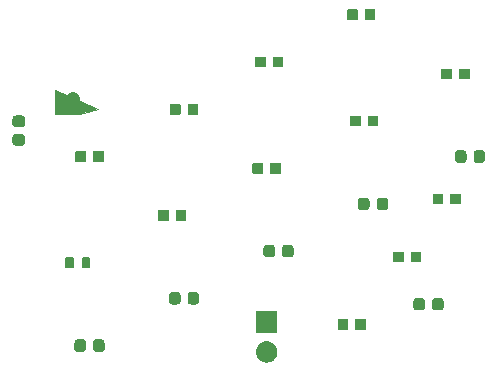
<source format=gts>
G04 #@! TF.GenerationSoftware,KiCad,Pcbnew,(5.1.0-1548-g3fefe01d2)*
G04 #@! TF.CreationDate,2019-08-20T19:22:30-04:00*
G04 #@! TF.ProjectId,MotorcycleSpeedo,4d6f746f-7263-4796-936c-655370656564,rev?*
G04 #@! TF.SameCoordinates,Original*
G04 #@! TF.FileFunction,Soldermask,Top*
G04 #@! TF.FilePolarity,Negative*
%FSLAX46Y46*%
G04 Gerber Fmt 4.6, Leading zero omitted, Abs format (unit mm)*
G04 Created by KiCad (PCBNEW (5.1.0-1548-g3fefe01d2)) date 2019-08-20 19:22:30*
%MOMM*%
%LPD*%
G04 APERTURE LIST*
%ADD10C,0.100000*%
G04 APERTURE END LIST*
D10*
G36*
X103700000Y-87000000D02*
G01*
X102200000Y-87400000D01*
X100100000Y-87400000D01*
X100100000Y-85400000D01*
X103700000Y-87000000D01*
G37*
X103700000Y-87000000D02*
X102200000Y-87400000D01*
X100100000Y-87400000D01*
X100100000Y-85400000D01*
X103700000Y-87000000D01*
G36*
X118188360Y-106653835D02*
G01*
X118269397Y-106680166D01*
X118356663Y-106707848D01*
X118359655Y-106709493D01*
X118368488Y-106712363D01*
X118440466Y-106753919D01*
X118511499Y-106792970D01*
X118518986Y-106799253D01*
X118532511Y-106807061D01*
X118590259Y-106859057D01*
X118646857Y-106906549D01*
X118656962Y-106919118D01*
X118673261Y-106933793D01*
X118715454Y-106991867D01*
X118757579Y-107044260D01*
X118767994Y-107064182D01*
X118784586Y-107087019D01*
X118811297Y-107147012D01*
X118839439Y-107200843D01*
X118847582Y-107228510D01*
X118861621Y-107260042D01*
X118873992Y-107318241D01*
X118889328Y-107370349D01*
X118892518Y-107405401D01*
X118900999Y-107445301D01*
X118900999Y-107498592D01*
X118905343Y-107546324D01*
X118900999Y-107587653D01*
X118900999Y-107634699D01*
X118891217Y-107680721D01*
X118886873Y-107722047D01*
X118872702Y-107767827D01*
X118861621Y-107819958D01*
X118845028Y-107857226D01*
X118834622Y-107890843D01*
X118808789Y-107938620D01*
X118784586Y-107992981D01*
X118764298Y-108020905D01*
X118750580Y-108046276D01*
X118711859Y-108093082D01*
X118673261Y-108146207D01*
X118652284Y-108165095D01*
X118637952Y-108182419D01*
X118585845Y-108224917D01*
X118532511Y-108272939D01*
X118513524Y-108283901D01*
X118501025Y-108294095D01*
X118435780Y-108328786D01*
X118368488Y-108367637D01*
X118353636Y-108372463D01*
X118345003Y-108377053D01*
X118267430Y-108400473D01*
X118188360Y-108426165D01*
X118179114Y-108427137D01*
X118175851Y-108428122D01*
X118084710Y-108437059D01*
X118047211Y-108441000D01*
X117952789Y-108441000D01*
X117811640Y-108426165D01*
X117730603Y-108399834D01*
X117643337Y-108372152D01*
X117640345Y-108370507D01*
X117631512Y-108367637D01*
X117559534Y-108326081D01*
X117488501Y-108287030D01*
X117481014Y-108280747D01*
X117467489Y-108272939D01*
X117409741Y-108220943D01*
X117353143Y-108173451D01*
X117343038Y-108160882D01*
X117326739Y-108146207D01*
X117284546Y-108088133D01*
X117242421Y-108035740D01*
X117232006Y-108015818D01*
X117215414Y-107992981D01*
X117188703Y-107932988D01*
X117160561Y-107879157D01*
X117152418Y-107851490D01*
X117138379Y-107819958D01*
X117126008Y-107761759D01*
X117110672Y-107709651D01*
X117107482Y-107674599D01*
X117099001Y-107634699D01*
X117099001Y-107581408D01*
X117094657Y-107533676D01*
X117099001Y-107492347D01*
X117099001Y-107445301D01*
X117108783Y-107399279D01*
X117113127Y-107357953D01*
X117127298Y-107312173D01*
X117138379Y-107260042D01*
X117154972Y-107222774D01*
X117165378Y-107189157D01*
X117191211Y-107141380D01*
X117215414Y-107087019D01*
X117235702Y-107059095D01*
X117249420Y-107033724D01*
X117288141Y-106986918D01*
X117326739Y-106933793D01*
X117347716Y-106914905D01*
X117362048Y-106897581D01*
X117414155Y-106855083D01*
X117467489Y-106807061D01*
X117486476Y-106796099D01*
X117498975Y-106785905D01*
X117564220Y-106751214D01*
X117631512Y-106712363D01*
X117646364Y-106707537D01*
X117654997Y-106702947D01*
X117732570Y-106679527D01*
X117811640Y-106653835D01*
X117820886Y-106652863D01*
X117824149Y-106651878D01*
X117915290Y-106642941D01*
X117952789Y-106639000D01*
X118047211Y-106639000D01*
X118188360Y-106653835D01*
X118188360Y-106653835D01*
G37*
G36*
X104001231Y-106473001D02*
G01*
X104001964Y-106473001D01*
X104004829Y-106473571D01*
X104087918Y-106486731D01*
X104098760Y-106492255D01*
X104107215Y-106493937D01*
X104123768Y-106504998D01*
X104164054Y-106525524D01*
X104183316Y-106544786D01*
X104196443Y-106553557D01*
X104205214Y-106566684D01*
X104224476Y-106585946D01*
X104245002Y-106626232D01*
X104256063Y-106642785D01*
X104257745Y-106651240D01*
X104263269Y-106662082D01*
X104276429Y-106745171D01*
X104276999Y-106748036D01*
X104276999Y-106748769D01*
X104278194Y-106756314D01*
X104278194Y-107243686D01*
X104276999Y-107251231D01*
X104276999Y-107251964D01*
X104276429Y-107254829D01*
X104263269Y-107337918D01*
X104257745Y-107348760D01*
X104256063Y-107357215D01*
X104245002Y-107373768D01*
X104224476Y-107414054D01*
X104205214Y-107433316D01*
X104196443Y-107446443D01*
X104183316Y-107455214D01*
X104164054Y-107474476D01*
X104123768Y-107495002D01*
X104107215Y-107506063D01*
X104098760Y-107507745D01*
X104087918Y-107513269D01*
X104004829Y-107526429D01*
X104001964Y-107526999D01*
X104001231Y-107526999D01*
X103993686Y-107528194D01*
X103581314Y-107528194D01*
X103573769Y-107526999D01*
X103573036Y-107526999D01*
X103570171Y-107526429D01*
X103487082Y-107513269D01*
X103476240Y-107507745D01*
X103467785Y-107506063D01*
X103451232Y-107495002D01*
X103410946Y-107474476D01*
X103391684Y-107455214D01*
X103378557Y-107446443D01*
X103369786Y-107433316D01*
X103350524Y-107414054D01*
X103329998Y-107373768D01*
X103318937Y-107357215D01*
X103317255Y-107348760D01*
X103311731Y-107337918D01*
X103298571Y-107254829D01*
X103298001Y-107251964D01*
X103298001Y-107251231D01*
X103296806Y-107243686D01*
X103296806Y-106756314D01*
X103298001Y-106748769D01*
X103298001Y-106748036D01*
X103298571Y-106745171D01*
X103311731Y-106662082D01*
X103317255Y-106651240D01*
X103318937Y-106642785D01*
X103329998Y-106626232D01*
X103350524Y-106585946D01*
X103369786Y-106566684D01*
X103378557Y-106553557D01*
X103391684Y-106544786D01*
X103410946Y-106525524D01*
X103451232Y-106504998D01*
X103467785Y-106493937D01*
X103476240Y-106492255D01*
X103487082Y-106486731D01*
X103570171Y-106473571D01*
X103573036Y-106473001D01*
X103573769Y-106473001D01*
X103581314Y-106471806D01*
X103993686Y-106471806D01*
X104001231Y-106473001D01*
X104001231Y-106473001D01*
G37*
G36*
X102426231Y-106473001D02*
G01*
X102426964Y-106473001D01*
X102429829Y-106473571D01*
X102512918Y-106486731D01*
X102523760Y-106492255D01*
X102532215Y-106493937D01*
X102548768Y-106504998D01*
X102589054Y-106525524D01*
X102608316Y-106544786D01*
X102621443Y-106553557D01*
X102630214Y-106566684D01*
X102649476Y-106585946D01*
X102670002Y-106626232D01*
X102681063Y-106642785D01*
X102682745Y-106651240D01*
X102688269Y-106662082D01*
X102701429Y-106745171D01*
X102701999Y-106748036D01*
X102701999Y-106748769D01*
X102703194Y-106756314D01*
X102703194Y-107243686D01*
X102701999Y-107251231D01*
X102701999Y-107251964D01*
X102701429Y-107254829D01*
X102688269Y-107337918D01*
X102682745Y-107348760D01*
X102681063Y-107357215D01*
X102670002Y-107373768D01*
X102649476Y-107414054D01*
X102630214Y-107433316D01*
X102621443Y-107446443D01*
X102608316Y-107455214D01*
X102589054Y-107474476D01*
X102548768Y-107495002D01*
X102532215Y-107506063D01*
X102523760Y-107507745D01*
X102512918Y-107513269D01*
X102429829Y-107526429D01*
X102426964Y-107526999D01*
X102426231Y-107526999D01*
X102418686Y-107528194D01*
X102006314Y-107528194D01*
X101998769Y-107526999D01*
X101998036Y-107526999D01*
X101995171Y-107526429D01*
X101912082Y-107513269D01*
X101901240Y-107507745D01*
X101892785Y-107506063D01*
X101876232Y-107495002D01*
X101835946Y-107474476D01*
X101816684Y-107455214D01*
X101803557Y-107446443D01*
X101794786Y-107433316D01*
X101775524Y-107414054D01*
X101754998Y-107373768D01*
X101743937Y-107357215D01*
X101742255Y-107348760D01*
X101736731Y-107337918D01*
X101723571Y-107254829D01*
X101723001Y-107251964D01*
X101723001Y-107251231D01*
X101721806Y-107243686D01*
X101721806Y-106756314D01*
X101723001Y-106748769D01*
X101723001Y-106748036D01*
X101723571Y-106745171D01*
X101736731Y-106662082D01*
X101742255Y-106651240D01*
X101743937Y-106642785D01*
X101754998Y-106626232D01*
X101775524Y-106585946D01*
X101794786Y-106566684D01*
X101803557Y-106553557D01*
X101816684Y-106544786D01*
X101835946Y-106525524D01*
X101876232Y-106504998D01*
X101892785Y-106493937D01*
X101901240Y-106492255D01*
X101912082Y-106486731D01*
X101995171Y-106473571D01*
X101998036Y-106473001D01*
X101998769Y-106473001D01*
X102006314Y-106471806D01*
X102418686Y-106471806D01*
X102426231Y-106473001D01*
X102426231Y-106473001D01*
G37*
G36*
X118869899Y-104101959D02*
G01*
X118886769Y-104113231D01*
X118898041Y-104130101D01*
X118904448Y-104162312D01*
X118904448Y-105837688D01*
X118901999Y-105850000D01*
X118898041Y-105869899D01*
X118886769Y-105886769D01*
X118869899Y-105898041D01*
X118850000Y-105901999D01*
X118837688Y-105904448D01*
X117162312Y-105904448D01*
X117130101Y-105898041D01*
X117113231Y-105886769D01*
X117101959Y-105869899D01*
X117095552Y-105837688D01*
X117095552Y-104162312D01*
X117101959Y-104130101D01*
X117113231Y-104113231D01*
X117130101Y-104101959D01*
X117162312Y-104095552D01*
X118837688Y-104095552D01*
X118869899Y-104101959D01*
X118869899Y-104101959D01*
G37*
G36*
X126369899Y-104751959D02*
G01*
X126386769Y-104763231D01*
X126398041Y-104780101D01*
X126404448Y-104812312D01*
X126404448Y-105587688D01*
X126401999Y-105600000D01*
X126398041Y-105619899D01*
X126386769Y-105636769D01*
X126369899Y-105648041D01*
X126350000Y-105651999D01*
X126337688Y-105654448D01*
X125562312Y-105654448D01*
X125530101Y-105648041D01*
X125513231Y-105636769D01*
X125501959Y-105619899D01*
X125495552Y-105587688D01*
X125495552Y-104812312D01*
X125501959Y-104780101D01*
X125513231Y-104763231D01*
X125530101Y-104751959D01*
X125562312Y-104745552D01*
X126337688Y-104745552D01*
X126369899Y-104751959D01*
X126369899Y-104751959D01*
G37*
G36*
X124869899Y-104751959D02*
G01*
X124886769Y-104763231D01*
X124898041Y-104780101D01*
X124904448Y-104812312D01*
X124904448Y-105587688D01*
X124901999Y-105600000D01*
X124898041Y-105619899D01*
X124886769Y-105636769D01*
X124869899Y-105648041D01*
X124850000Y-105651999D01*
X124837688Y-105654448D01*
X124062312Y-105654448D01*
X124030101Y-105648041D01*
X124013231Y-105636769D01*
X124001959Y-105619899D01*
X123995552Y-105587688D01*
X123995552Y-104812312D01*
X124001959Y-104780101D01*
X124013231Y-104763231D01*
X124030101Y-104751959D01*
X124062312Y-104745552D01*
X124837688Y-104745552D01*
X124869899Y-104751959D01*
X124869899Y-104751959D01*
G37*
G36*
X132701231Y-102973001D02*
G01*
X132701964Y-102973001D01*
X132704829Y-102973571D01*
X132787918Y-102986731D01*
X132798760Y-102992255D01*
X132807215Y-102993937D01*
X132823768Y-103004998D01*
X132864054Y-103025524D01*
X132883316Y-103044786D01*
X132896443Y-103053557D01*
X132905214Y-103066684D01*
X132924476Y-103085946D01*
X132945002Y-103126232D01*
X132956063Y-103142785D01*
X132957745Y-103151240D01*
X132963269Y-103162082D01*
X132976429Y-103245171D01*
X132976999Y-103248036D01*
X132976999Y-103248769D01*
X132978194Y-103256314D01*
X132978194Y-103743686D01*
X132976999Y-103751231D01*
X132976999Y-103751964D01*
X132976429Y-103754829D01*
X132963269Y-103837918D01*
X132957745Y-103848760D01*
X132956063Y-103857215D01*
X132945002Y-103873768D01*
X132924476Y-103914054D01*
X132905214Y-103933316D01*
X132896443Y-103946443D01*
X132883316Y-103955214D01*
X132864054Y-103974476D01*
X132823768Y-103995002D01*
X132807215Y-104006063D01*
X132798760Y-104007745D01*
X132787918Y-104013269D01*
X132704829Y-104026429D01*
X132701964Y-104026999D01*
X132701231Y-104026999D01*
X132693686Y-104028194D01*
X132281314Y-104028194D01*
X132273769Y-104026999D01*
X132273036Y-104026999D01*
X132270171Y-104026429D01*
X132187082Y-104013269D01*
X132176240Y-104007745D01*
X132167785Y-104006063D01*
X132151232Y-103995002D01*
X132110946Y-103974476D01*
X132091684Y-103955214D01*
X132078557Y-103946443D01*
X132069786Y-103933316D01*
X132050524Y-103914054D01*
X132029998Y-103873768D01*
X132018937Y-103857215D01*
X132017255Y-103848760D01*
X132011731Y-103837918D01*
X131998571Y-103754829D01*
X131998001Y-103751964D01*
X131998001Y-103751231D01*
X131996806Y-103743686D01*
X131996806Y-103256314D01*
X131998001Y-103248769D01*
X131998001Y-103248036D01*
X131998571Y-103245171D01*
X132011731Y-103162082D01*
X132017255Y-103151240D01*
X132018937Y-103142785D01*
X132029998Y-103126232D01*
X132050524Y-103085946D01*
X132069786Y-103066684D01*
X132078557Y-103053557D01*
X132091684Y-103044786D01*
X132110946Y-103025524D01*
X132151232Y-103004998D01*
X132167785Y-102993937D01*
X132176240Y-102992255D01*
X132187082Y-102986731D01*
X132270171Y-102973571D01*
X132273036Y-102973001D01*
X132273769Y-102973001D01*
X132281314Y-102971806D01*
X132693686Y-102971806D01*
X132701231Y-102973001D01*
X132701231Y-102973001D01*
G37*
G36*
X131126231Y-102973001D02*
G01*
X131126964Y-102973001D01*
X131129829Y-102973571D01*
X131212918Y-102986731D01*
X131223760Y-102992255D01*
X131232215Y-102993937D01*
X131248768Y-103004998D01*
X131289054Y-103025524D01*
X131308316Y-103044786D01*
X131321443Y-103053557D01*
X131330214Y-103066684D01*
X131349476Y-103085946D01*
X131370002Y-103126232D01*
X131381063Y-103142785D01*
X131382745Y-103151240D01*
X131388269Y-103162082D01*
X131401429Y-103245171D01*
X131401999Y-103248036D01*
X131401999Y-103248769D01*
X131403194Y-103256314D01*
X131403194Y-103743686D01*
X131401999Y-103751231D01*
X131401999Y-103751964D01*
X131401429Y-103754829D01*
X131388269Y-103837918D01*
X131382745Y-103848760D01*
X131381063Y-103857215D01*
X131370002Y-103873768D01*
X131349476Y-103914054D01*
X131330214Y-103933316D01*
X131321443Y-103946443D01*
X131308316Y-103955214D01*
X131289054Y-103974476D01*
X131248768Y-103995002D01*
X131232215Y-104006063D01*
X131223760Y-104007745D01*
X131212918Y-104013269D01*
X131129829Y-104026429D01*
X131126964Y-104026999D01*
X131126231Y-104026999D01*
X131118686Y-104028194D01*
X130706314Y-104028194D01*
X130698769Y-104026999D01*
X130698036Y-104026999D01*
X130695171Y-104026429D01*
X130612082Y-104013269D01*
X130601240Y-104007745D01*
X130592785Y-104006063D01*
X130576232Y-103995002D01*
X130535946Y-103974476D01*
X130516684Y-103955214D01*
X130503557Y-103946443D01*
X130494786Y-103933316D01*
X130475524Y-103914054D01*
X130454998Y-103873768D01*
X130443937Y-103857215D01*
X130442255Y-103848760D01*
X130436731Y-103837918D01*
X130423571Y-103754829D01*
X130423001Y-103751964D01*
X130423001Y-103751231D01*
X130421806Y-103743686D01*
X130421806Y-103256314D01*
X130423001Y-103248769D01*
X130423001Y-103248036D01*
X130423571Y-103245171D01*
X130436731Y-103162082D01*
X130442255Y-103151240D01*
X130443937Y-103142785D01*
X130454998Y-103126232D01*
X130475524Y-103085946D01*
X130494786Y-103066684D01*
X130503557Y-103053557D01*
X130516684Y-103044786D01*
X130535946Y-103025524D01*
X130576232Y-103004998D01*
X130592785Y-102993937D01*
X130601240Y-102992255D01*
X130612082Y-102986731D01*
X130695171Y-102973571D01*
X130698036Y-102973001D01*
X130698769Y-102973001D01*
X130706314Y-102971806D01*
X131118686Y-102971806D01*
X131126231Y-102973001D01*
X131126231Y-102973001D01*
G37*
G36*
X110426231Y-102473001D02*
G01*
X110426964Y-102473001D01*
X110429829Y-102473571D01*
X110512918Y-102486731D01*
X110523760Y-102492255D01*
X110532215Y-102493937D01*
X110548768Y-102504998D01*
X110589054Y-102525524D01*
X110608316Y-102544786D01*
X110621443Y-102553557D01*
X110630214Y-102566684D01*
X110649476Y-102585946D01*
X110670002Y-102626232D01*
X110681063Y-102642785D01*
X110682745Y-102651240D01*
X110688269Y-102662082D01*
X110701429Y-102745171D01*
X110701999Y-102748036D01*
X110701999Y-102748769D01*
X110703194Y-102756314D01*
X110703194Y-103243686D01*
X110701999Y-103251231D01*
X110701999Y-103251964D01*
X110701429Y-103254829D01*
X110688269Y-103337918D01*
X110682745Y-103348760D01*
X110681063Y-103357215D01*
X110670002Y-103373768D01*
X110649476Y-103414054D01*
X110630214Y-103433316D01*
X110621443Y-103446443D01*
X110608316Y-103455214D01*
X110589054Y-103474476D01*
X110548768Y-103495002D01*
X110532215Y-103506063D01*
X110523760Y-103507745D01*
X110512918Y-103513269D01*
X110429829Y-103526429D01*
X110426964Y-103526999D01*
X110426231Y-103526999D01*
X110418686Y-103528194D01*
X110006314Y-103528194D01*
X109998769Y-103526999D01*
X109998036Y-103526999D01*
X109995171Y-103526429D01*
X109912082Y-103513269D01*
X109901240Y-103507745D01*
X109892785Y-103506063D01*
X109876232Y-103495002D01*
X109835946Y-103474476D01*
X109816684Y-103455214D01*
X109803557Y-103446443D01*
X109794786Y-103433316D01*
X109775524Y-103414054D01*
X109754998Y-103373768D01*
X109743937Y-103357215D01*
X109742255Y-103348760D01*
X109736731Y-103337918D01*
X109723571Y-103254829D01*
X109723001Y-103251964D01*
X109723001Y-103251231D01*
X109721806Y-103243686D01*
X109721806Y-102756314D01*
X109723001Y-102748769D01*
X109723001Y-102748036D01*
X109723571Y-102745171D01*
X109736731Y-102662082D01*
X109742255Y-102651240D01*
X109743937Y-102642785D01*
X109754998Y-102626232D01*
X109775524Y-102585946D01*
X109794786Y-102566684D01*
X109803557Y-102553557D01*
X109816684Y-102544786D01*
X109835946Y-102525524D01*
X109876232Y-102504998D01*
X109892785Y-102493937D01*
X109901240Y-102492255D01*
X109912082Y-102486731D01*
X109995171Y-102473571D01*
X109998036Y-102473001D01*
X109998769Y-102473001D01*
X110006314Y-102471806D01*
X110418686Y-102471806D01*
X110426231Y-102473001D01*
X110426231Y-102473001D01*
G37*
G36*
X112001231Y-102473001D02*
G01*
X112001964Y-102473001D01*
X112004829Y-102473571D01*
X112087918Y-102486731D01*
X112098760Y-102492255D01*
X112107215Y-102493937D01*
X112123768Y-102504998D01*
X112164054Y-102525524D01*
X112183316Y-102544786D01*
X112196443Y-102553557D01*
X112205214Y-102566684D01*
X112224476Y-102585946D01*
X112245002Y-102626232D01*
X112256063Y-102642785D01*
X112257745Y-102651240D01*
X112263269Y-102662082D01*
X112276429Y-102745171D01*
X112276999Y-102748036D01*
X112276999Y-102748769D01*
X112278194Y-102756314D01*
X112278194Y-103243686D01*
X112276999Y-103251231D01*
X112276999Y-103251964D01*
X112276429Y-103254829D01*
X112263269Y-103337918D01*
X112257745Y-103348760D01*
X112256063Y-103357215D01*
X112245002Y-103373768D01*
X112224476Y-103414054D01*
X112205214Y-103433316D01*
X112196443Y-103446443D01*
X112183316Y-103455214D01*
X112164054Y-103474476D01*
X112123768Y-103495002D01*
X112107215Y-103506063D01*
X112098760Y-103507745D01*
X112087918Y-103513269D01*
X112004829Y-103526429D01*
X112001964Y-103526999D01*
X112001231Y-103526999D01*
X111993686Y-103528194D01*
X111581314Y-103528194D01*
X111573769Y-103526999D01*
X111573036Y-103526999D01*
X111570171Y-103526429D01*
X111487082Y-103513269D01*
X111476240Y-103507745D01*
X111467785Y-103506063D01*
X111451232Y-103495002D01*
X111410946Y-103474476D01*
X111391684Y-103455214D01*
X111378557Y-103446443D01*
X111369786Y-103433316D01*
X111350524Y-103414054D01*
X111329998Y-103373768D01*
X111318937Y-103357215D01*
X111317255Y-103348760D01*
X111311731Y-103337918D01*
X111298571Y-103254829D01*
X111298001Y-103251964D01*
X111298001Y-103251231D01*
X111296806Y-103243686D01*
X111296806Y-102756314D01*
X111298001Y-102748769D01*
X111298001Y-102748036D01*
X111298571Y-102745171D01*
X111311731Y-102662082D01*
X111317255Y-102651240D01*
X111318937Y-102642785D01*
X111329998Y-102626232D01*
X111350524Y-102585946D01*
X111369786Y-102566684D01*
X111378557Y-102553557D01*
X111391684Y-102544786D01*
X111410946Y-102525524D01*
X111451232Y-102504998D01*
X111467785Y-102493937D01*
X111476240Y-102492255D01*
X111487082Y-102486731D01*
X111570171Y-102473571D01*
X111573036Y-102473001D01*
X111573769Y-102473001D01*
X111581314Y-102471806D01*
X111993686Y-102471806D01*
X112001231Y-102473001D01*
X112001231Y-102473001D01*
G37*
G36*
X103019899Y-99551959D02*
G01*
X103036769Y-99563231D01*
X103048041Y-99580101D01*
X103054448Y-99612312D01*
X103054448Y-100387688D01*
X103051999Y-100400000D01*
X103048041Y-100419899D01*
X103036769Y-100436769D01*
X103019899Y-100448041D01*
X103000000Y-100451999D01*
X102987688Y-100454448D01*
X102412312Y-100454448D01*
X102380101Y-100448041D01*
X102363231Y-100436769D01*
X102351959Y-100419899D01*
X102345552Y-100387688D01*
X102345552Y-99612312D01*
X102351959Y-99580101D01*
X102363231Y-99563231D01*
X102380101Y-99551959D01*
X102412312Y-99545552D01*
X102987688Y-99545552D01*
X103019899Y-99551959D01*
X103019899Y-99551959D01*
G37*
G36*
X101619899Y-99551959D02*
G01*
X101636769Y-99563231D01*
X101648041Y-99580101D01*
X101654448Y-99612312D01*
X101654448Y-100387688D01*
X101651999Y-100400000D01*
X101648041Y-100419899D01*
X101636769Y-100436769D01*
X101619899Y-100448041D01*
X101600000Y-100451999D01*
X101587688Y-100454448D01*
X101012312Y-100454448D01*
X100980101Y-100448041D01*
X100963231Y-100436769D01*
X100951959Y-100419899D01*
X100945552Y-100387688D01*
X100945552Y-99612312D01*
X100951959Y-99580101D01*
X100963231Y-99563231D01*
X100980101Y-99551959D01*
X101012312Y-99545552D01*
X101587688Y-99545552D01*
X101619899Y-99551959D01*
X101619899Y-99551959D01*
G37*
G36*
X131069899Y-99051959D02*
G01*
X131086769Y-99063231D01*
X131098041Y-99080101D01*
X131104448Y-99112312D01*
X131104448Y-99887688D01*
X131101999Y-99900000D01*
X131098041Y-99919899D01*
X131086769Y-99936769D01*
X131069899Y-99948041D01*
X131050000Y-99951999D01*
X131037688Y-99954448D01*
X130262312Y-99954448D01*
X130230101Y-99948041D01*
X130213231Y-99936769D01*
X130201959Y-99919899D01*
X130195552Y-99887688D01*
X130195552Y-99112312D01*
X130201959Y-99080101D01*
X130213231Y-99063231D01*
X130230101Y-99051959D01*
X130262312Y-99045552D01*
X131037688Y-99045552D01*
X131069899Y-99051959D01*
X131069899Y-99051959D01*
G37*
G36*
X129569899Y-99051959D02*
G01*
X129586769Y-99063231D01*
X129598041Y-99080101D01*
X129604448Y-99112312D01*
X129604448Y-99887688D01*
X129601999Y-99900000D01*
X129598041Y-99919899D01*
X129586769Y-99936769D01*
X129569899Y-99948041D01*
X129550000Y-99951999D01*
X129537688Y-99954448D01*
X128762312Y-99954448D01*
X128730101Y-99948041D01*
X128713231Y-99936769D01*
X128701959Y-99919899D01*
X128695552Y-99887688D01*
X128695552Y-99112312D01*
X128701959Y-99080101D01*
X128713231Y-99063231D01*
X128730101Y-99051959D01*
X128762312Y-99045552D01*
X129537688Y-99045552D01*
X129569899Y-99051959D01*
X129569899Y-99051959D01*
G37*
G36*
X120001231Y-98473001D02*
G01*
X120001964Y-98473001D01*
X120004829Y-98473571D01*
X120087918Y-98486731D01*
X120098760Y-98492255D01*
X120107215Y-98493937D01*
X120123768Y-98504998D01*
X120164054Y-98525524D01*
X120183316Y-98544786D01*
X120196443Y-98553557D01*
X120205214Y-98566684D01*
X120224476Y-98585946D01*
X120245002Y-98626232D01*
X120256063Y-98642785D01*
X120257745Y-98651240D01*
X120263269Y-98662082D01*
X120276429Y-98745171D01*
X120276999Y-98748036D01*
X120276999Y-98748769D01*
X120278194Y-98756314D01*
X120278194Y-99243686D01*
X120276999Y-99251231D01*
X120276999Y-99251964D01*
X120276429Y-99254829D01*
X120263269Y-99337918D01*
X120257745Y-99348760D01*
X120256063Y-99357215D01*
X120245002Y-99373768D01*
X120224476Y-99414054D01*
X120205214Y-99433316D01*
X120196443Y-99446443D01*
X120183316Y-99455214D01*
X120164054Y-99474476D01*
X120123768Y-99495002D01*
X120107215Y-99506063D01*
X120098760Y-99507745D01*
X120087918Y-99513269D01*
X120004829Y-99526429D01*
X120001964Y-99526999D01*
X120001231Y-99526999D01*
X119993686Y-99528194D01*
X119581314Y-99528194D01*
X119573769Y-99526999D01*
X119573036Y-99526999D01*
X119570171Y-99526429D01*
X119487082Y-99513269D01*
X119476240Y-99507745D01*
X119467785Y-99506063D01*
X119451232Y-99495002D01*
X119410946Y-99474476D01*
X119391684Y-99455214D01*
X119378557Y-99446443D01*
X119369786Y-99433316D01*
X119350524Y-99414054D01*
X119329998Y-99373768D01*
X119318937Y-99357215D01*
X119317255Y-99348760D01*
X119311731Y-99337918D01*
X119298571Y-99254829D01*
X119298001Y-99251964D01*
X119298001Y-99251231D01*
X119296806Y-99243686D01*
X119296806Y-98756314D01*
X119298001Y-98748769D01*
X119298001Y-98748036D01*
X119298571Y-98745171D01*
X119311731Y-98662082D01*
X119317255Y-98651240D01*
X119318937Y-98642785D01*
X119329998Y-98626232D01*
X119350524Y-98585946D01*
X119369786Y-98566684D01*
X119378557Y-98553557D01*
X119391684Y-98544786D01*
X119410946Y-98525524D01*
X119451232Y-98504998D01*
X119467785Y-98493937D01*
X119476240Y-98492255D01*
X119487082Y-98486731D01*
X119570171Y-98473571D01*
X119573036Y-98473001D01*
X119573769Y-98473001D01*
X119581314Y-98471806D01*
X119993686Y-98471806D01*
X120001231Y-98473001D01*
X120001231Y-98473001D01*
G37*
G36*
X118426231Y-98473001D02*
G01*
X118426964Y-98473001D01*
X118429829Y-98473571D01*
X118512918Y-98486731D01*
X118523760Y-98492255D01*
X118532215Y-98493937D01*
X118548768Y-98504998D01*
X118589054Y-98525524D01*
X118608316Y-98544786D01*
X118621443Y-98553557D01*
X118630214Y-98566684D01*
X118649476Y-98585946D01*
X118670002Y-98626232D01*
X118681063Y-98642785D01*
X118682745Y-98651240D01*
X118688269Y-98662082D01*
X118701429Y-98745171D01*
X118701999Y-98748036D01*
X118701999Y-98748769D01*
X118703194Y-98756314D01*
X118703194Y-99243686D01*
X118701999Y-99251231D01*
X118701999Y-99251964D01*
X118701429Y-99254829D01*
X118688269Y-99337918D01*
X118682745Y-99348760D01*
X118681063Y-99357215D01*
X118670002Y-99373768D01*
X118649476Y-99414054D01*
X118630214Y-99433316D01*
X118621443Y-99446443D01*
X118608316Y-99455214D01*
X118589054Y-99474476D01*
X118548768Y-99495002D01*
X118532215Y-99506063D01*
X118523760Y-99507745D01*
X118512918Y-99513269D01*
X118429829Y-99526429D01*
X118426964Y-99526999D01*
X118426231Y-99526999D01*
X118418686Y-99528194D01*
X118006314Y-99528194D01*
X117998769Y-99526999D01*
X117998036Y-99526999D01*
X117995171Y-99526429D01*
X117912082Y-99513269D01*
X117901240Y-99507745D01*
X117892785Y-99506063D01*
X117876232Y-99495002D01*
X117835946Y-99474476D01*
X117816684Y-99455214D01*
X117803557Y-99446443D01*
X117794786Y-99433316D01*
X117775524Y-99414054D01*
X117754998Y-99373768D01*
X117743937Y-99357215D01*
X117742255Y-99348760D01*
X117736731Y-99337918D01*
X117723571Y-99254829D01*
X117723001Y-99251964D01*
X117723001Y-99251231D01*
X117721806Y-99243686D01*
X117721806Y-98756314D01*
X117723001Y-98748769D01*
X117723001Y-98748036D01*
X117723571Y-98745171D01*
X117736731Y-98662082D01*
X117742255Y-98651240D01*
X117743937Y-98642785D01*
X117754998Y-98626232D01*
X117775524Y-98585946D01*
X117794786Y-98566684D01*
X117803557Y-98553557D01*
X117816684Y-98544786D01*
X117835946Y-98525524D01*
X117876232Y-98504998D01*
X117892785Y-98493937D01*
X117901240Y-98492255D01*
X117912082Y-98486731D01*
X117995171Y-98473571D01*
X117998036Y-98473001D01*
X117998769Y-98473001D01*
X118006314Y-98471806D01*
X118418686Y-98471806D01*
X118426231Y-98473001D01*
X118426231Y-98473001D01*
G37*
G36*
X111169899Y-95551959D02*
G01*
X111186769Y-95563231D01*
X111198041Y-95580101D01*
X111204448Y-95612312D01*
X111204448Y-96387688D01*
X111201999Y-96400000D01*
X111198041Y-96419899D01*
X111186769Y-96436769D01*
X111169899Y-96448041D01*
X111150000Y-96451999D01*
X111137688Y-96454448D01*
X110362312Y-96454448D01*
X110330101Y-96448041D01*
X110313231Y-96436769D01*
X110301959Y-96419899D01*
X110295552Y-96387688D01*
X110295552Y-95612312D01*
X110301959Y-95580101D01*
X110313231Y-95563231D01*
X110330101Y-95551959D01*
X110362312Y-95545552D01*
X111137688Y-95545552D01*
X111169899Y-95551959D01*
X111169899Y-95551959D01*
G37*
G36*
X109669899Y-95551959D02*
G01*
X109686769Y-95563231D01*
X109698041Y-95580101D01*
X109704448Y-95612312D01*
X109704448Y-96387688D01*
X109701999Y-96400000D01*
X109698041Y-96419899D01*
X109686769Y-96436769D01*
X109669899Y-96448041D01*
X109650000Y-96451999D01*
X109637688Y-96454448D01*
X108862312Y-96454448D01*
X108830101Y-96448041D01*
X108813231Y-96436769D01*
X108801959Y-96419899D01*
X108795552Y-96387688D01*
X108795552Y-95612312D01*
X108801959Y-95580101D01*
X108813231Y-95563231D01*
X108830101Y-95551959D01*
X108862312Y-95545552D01*
X109637688Y-95545552D01*
X109669899Y-95551959D01*
X109669899Y-95551959D01*
G37*
G36*
X128001231Y-94473001D02*
G01*
X128001964Y-94473001D01*
X128004829Y-94473571D01*
X128087918Y-94486731D01*
X128098760Y-94492255D01*
X128107215Y-94493937D01*
X128123768Y-94504998D01*
X128164054Y-94525524D01*
X128183316Y-94544786D01*
X128196443Y-94553557D01*
X128205214Y-94566684D01*
X128224476Y-94585946D01*
X128245002Y-94626232D01*
X128256063Y-94642785D01*
X128257745Y-94651240D01*
X128263269Y-94662082D01*
X128276429Y-94745171D01*
X128276999Y-94748036D01*
X128276999Y-94748769D01*
X128278194Y-94756314D01*
X128278194Y-95243686D01*
X128276999Y-95251231D01*
X128276999Y-95251964D01*
X128276429Y-95254829D01*
X128263269Y-95337918D01*
X128257745Y-95348760D01*
X128256063Y-95357215D01*
X128245002Y-95373768D01*
X128224476Y-95414054D01*
X128205214Y-95433316D01*
X128196443Y-95446443D01*
X128183316Y-95455214D01*
X128164054Y-95474476D01*
X128123768Y-95495002D01*
X128107215Y-95506063D01*
X128098760Y-95507745D01*
X128087918Y-95513269D01*
X128004829Y-95526429D01*
X128001964Y-95526999D01*
X128001231Y-95526999D01*
X127993686Y-95528194D01*
X127581314Y-95528194D01*
X127573769Y-95526999D01*
X127573036Y-95526999D01*
X127570171Y-95526429D01*
X127487082Y-95513269D01*
X127476240Y-95507745D01*
X127467785Y-95506063D01*
X127451232Y-95495002D01*
X127410946Y-95474476D01*
X127391684Y-95455214D01*
X127378557Y-95446443D01*
X127369786Y-95433316D01*
X127350524Y-95414054D01*
X127329998Y-95373768D01*
X127318937Y-95357215D01*
X127317255Y-95348760D01*
X127311731Y-95337918D01*
X127298571Y-95254829D01*
X127298001Y-95251964D01*
X127298001Y-95251231D01*
X127296806Y-95243686D01*
X127296806Y-94756314D01*
X127298001Y-94748769D01*
X127298001Y-94748036D01*
X127298571Y-94745171D01*
X127311731Y-94662082D01*
X127317255Y-94651240D01*
X127318937Y-94642785D01*
X127329998Y-94626232D01*
X127350524Y-94585946D01*
X127369786Y-94566684D01*
X127378557Y-94553557D01*
X127391684Y-94544786D01*
X127410946Y-94525524D01*
X127451232Y-94504998D01*
X127467785Y-94493937D01*
X127476240Y-94492255D01*
X127487082Y-94486731D01*
X127570171Y-94473571D01*
X127573036Y-94473001D01*
X127573769Y-94473001D01*
X127581314Y-94471806D01*
X127993686Y-94471806D01*
X128001231Y-94473001D01*
X128001231Y-94473001D01*
G37*
G36*
X126426231Y-94473001D02*
G01*
X126426964Y-94473001D01*
X126429829Y-94473571D01*
X126512918Y-94486731D01*
X126523760Y-94492255D01*
X126532215Y-94493937D01*
X126548768Y-94504998D01*
X126589054Y-94525524D01*
X126608316Y-94544786D01*
X126621443Y-94553557D01*
X126630214Y-94566684D01*
X126649476Y-94585946D01*
X126670002Y-94626232D01*
X126681063Y-94642785D01*
X126682745Y-94651240D01*
X126688269Y-94662082D01*
X126701429Y-94745171D01*
X126701999Y-94748036D01*
X126701999Y-94748769D01*
X126703194Y-94756314D01*
X126703194Y-95243686D01*
X126701999Y-95251231D01*
X126701999Y-95251964D01*
X126701429Y-95254829D01*
X126688269Y-95337918D01*
X126682745Y-95348760D01*
X126681063Y-95357215D01*
X126670002Y-95373768D01*
X126649476Y-95414054D01*
X126630214Y-95433316D01*
X126621443Y-95446443D01*
X126608316Y-95455214D01*
X126589054Y-95474476D01*
X126548768Y-95495002D01*
X126532215Y-95506063D01*
X126523760Y-95507745D01*
X126512918Y-95513269D01*
X126429829Y-95526429D01*
X126426964Y-95526999D01*
X126426231Y-95526999D01*
X126418686Y-95528194D01*
X126006314Y-95528194D01*
X125998769Y-95526999D01*
X125998036Y-95526999D01*
X125995171Y-95526429D01*
X125912082Y-95513269D01*
X125901240Y-95507745D01*
X125892785Y-95506063D01*
X125876232Y-95495002D01*
X125835946Y-95474476D01*
X125816684Y-95455214D01*
X125803557Y-95446443D01*
X125794786Y-95433316D01*
X125775524Y-95414054D01*
X125754998Y-95373768D01*
X125743937Y-95357215D01*
X125742255Y-95348760D01*
X125736731Y-95337918D01*
X125723571Y-95254829D01*
X125723001Y-95251964D01*
X125723001Y-95251231D01*
X125721806Y-95243686D01*
X125721806Y-94756314D01*
X125723001Y-94748769D01*
X125723001Y-94748036D01*
X125723571Y-94745171D01*
X125736731Y-94662082D01*
X125742255Y-94651240D01*
X125743937Y-94642785D01*
X125754998Y-94626232D01*
X125775524Y-94585946D01*
X125794786Y-94566684D01*
X125803557Y-94553557D01*
X125816684Y-94544786D01*
X125835946Y-94525524D01*
X125876232Y-94504998D01*
X125892785Y-94493937D01*
X125901240Y-94492255D01*
X125912082Y-94486731D01*
X125995171Y-94473571D01*
X125998036Y-94473001D01*
X125998769Y-94473001D01*
X126006314Y-94471806D01*
X126418686Y-94471806D01*
X126426231Y-94473001D01*
X126426231Y-94473001D01*
G37*
G36*
X134419899Y-94151959D02*
G01*
X134436769Y-94163231D01*
X134448041Y-94180101D01*
X134454448Y-94212312D01*
X134454448Y-94987688D01*
X134451999Y-95000000D01*
X134448041Y-95019899D01*
X134436769Y-95036769D01*
X134419899Y-95048041D01*
X134400000Y-95051999D01*
X134387688Y-95054448D01*
X133612312Y-95054448D01*
X133580101Y-95048041D01*
X133563231Y-95036769D01*
X133551959Y-95019899D01*
X133545552Y-94987688D01*
X133545552Y-94212312D01*
X133551959Y-94180101D01*
X133563231Y-94163231D01*
X133580101Y-94151959D01*
X133612312Y-94145552D01*
X134387688Y-94145552D01*
X134419899Y-94151959D01*
X134419899Y-94151959D01*
G37*
G36*
X132919899Y-94151959D02*
G01*
X132936769Y-94163231D01*
X132948041Y-94180101D01*
X132954448Y-94212312D01*
X132954448Y-94987688D01*
X132951999Y-95000000D01*
X132948041Y-95019899D01*
X132936769Y-95036769D01*
X132919899Y-95048041D01*
X132900000Y-95051999D01*
X132887688Y-95054448D01*
X132112312Y-95054448D01*
X132080101Y-95048041D01*
X132063231Y-95036769D01*
X132051959Y-95019899D01*
X132045552Y-94987688D01*
X132045552Y-94212312D01*
X132051959Y-94180101D01*
X132063231Y-94163231D01*
X132080101Y-94151959D01*
X132112312Y-94145552D01*
X132887688Y-94145552D01*
X132919899Y-94151959D01*
X132919899Y-94151959D01*
G37*
G36*
X117669899Y-91551959D02*
G01*
X117686769Y-91563231D01*
X117698041Y-91580101D01*
X117704448Y-91612312D01*
X117704448Y-92387688D01*
X117701999Y-92400000D01*
X117698041Y-92419899D01*
X117686769Y-92436769D01*
X117669899Y-92448041D01*
X117650000Y-92451999D01*
X117637688Y-92454448D01*
X116862312Y-92454448D01*
X116830101Y-92448041D01*
X116813231Y-92436769D01*
X116801959Y-92419899D01*
X116795552Y-92387688D01*
X116795552Y-91612312D01*
X116801959Y-91580101D01*
X116813231Y-91563231D01*
X116830101Y-91551959D01*
X116862312Y-91545552D01*
X117637688Y-91545552D01*
X117669899Y-91551959D01*
X117669899Y-91551959D01*
G37*
G36*
X119169899Y-91551959D02*
G01*
X119186769Y-91563231D01*
X119198041Y-91580101D01*
X119204448Y-91612312D01*
X119204448Y-92387688D01*
X119201999Y-92400000D01*
X119198041Y-92419899D01*
X119186769Y-92436769D01*
X119169899Y-92448041D01*
X119150000Y-92451999D01*
X119137688Y-92454448D01*
X118362312Y-92454448D01*
X118330101Y-92448041D01*
X118313231Y-92436769D01*
X118301959Y-92419899D01*
X118295552Y-92387688D01*
X118295552Y-91612312D01*
X118301959Y-91580101D01*
X118313231Y-91563231D01*
X118330101Y-91551959D01*
X118362312Y-91545552D01*
X119137688Y-91545552D01*
X119169899Y-91551959D01*
X119169899Y-91551959D01*
G37*
G36*
X134638731Y-90473001D02*
G01*
X134639464Y-90473001D01*
X134642329Y-90473571D01*
X134725418Y-90486731D01*
X134736260Y-90492255D01*
X134744715Y-90493937D01*
X134761268Y-90504998D01*
X134801554Y-90525524D01*
X134820816Y-90544786D01*
X134833943Y-90553557D01*
X134842714Y-90566684D01*
X134861976Y-90585946D01*
X134882502Y-90626232D01*
X134893563Y-90642785D01*
X134895245Y-90651240D01*
X134900769Y-90662082D01*
X134913929Y-90745171D01*
X134914499Y-90748036D01*
X134914499Y-90748769D01*
X134915694Y-90756314D01*
X134915694Y-91243686D01*
X134914499Y-91251231D01*
X134914499Y-91251964D01*
X134913929Y-91254829D01*
X134900769Y-91337918D01*
X134895245Y-91348760D01*
X134893563Y-91357215D01*
X134882502Y-91373768D01*
X134861976Y-91414054D01*
X134842714Y-91433316D01*
X134833943Y-91446443D01*
X134820816Y-91455214D01*
X134801554Y-91474476D01*
X134761268Y-91495002D01*
X134744715Y-91506063D01*
X134736260Y-91507745D01*
X134725418Y-91513269D01*
X134642329Y-91526429D01*
X134639464Y-91526999D01*
X134638731Y-91526999D01*
X134631186Y-91528194D01*
X134218814Y-91528194D01*
X134211269Y-91526999D01*
X134210536Y-91526999D01*
X134207671Y-91526429D01*
X134124582Y-91513269D01*
X134113740Y-91507745D01*
X134105285Y-91506063D01*
X134088732Y-91495002D01*
X134048446Y-91474476D01*
X134029184Y-91455214D01*
X134016057Y-91446443D01*
X134007286Y-91433316D01*
X133988024Y-91414054D01*
X133967498Y-91373768D01*
X133956437Y-91357215D01*
X133954755Y-91348760D01*
X133949231Y-91337918D01*
X133936071Y-91254829D01*
X133935501Y-91251964D01*
X133935501Y-91251231D01*
X133934306Y-91243686D01*
X133934306Y-90756314D01*
X133935501Y-90748769D01*
X133935501Y-90748036D01*
X133936071Y-90745171D01*
X133949231Y-90662082D01*
X133954755Y-90651240D01*
X133956437Y-90642785D01*
X133967498Y-90626232D01*
X133988024Y-90585946D01*
X134007286Y-90566684D01*
X134016057Y-90553557D01*
X134029184Y-90544786D01*
X134048446Y-90525524D01*
X134088732Y-90504998D01*
X134105285Y-90493937D01*
X134113740Y-90492255D01*
X134124582Y-90486731D01*
X134207671Y-90473571D01*
X134210536Y-90473001D01*
X134211269Y-90473001D01*
X134218814Y-90471806D01*
X134631186Y-90471806D01*
X134638731Y-90473001D01*
X134638731Y-90473001D01*
G37*
G36*
X136213731Y-90473001D02*
G01*
X136214464Y-90473001D01*
X136217329Y-90473571D01*
X136300418Y-90486731D01*
X136311260Y-90492255D01*
X136319715Y-90493937D01*
X136336268Y-90504998D01*
X136376554Y-90525524D01*
X136395816Y-90544786D01*
X136408943Y-90553557D01*
X136417714Y-90566684D01*
X136436976Y-90585946D01*
X136457502Y-90626232D01*
X136468563Y-90642785D01*
X136470245Y-90651240D01*
X136475769Y-90662082D01*
X136488929Y-90745171D01*
X136489499Y-90748036D01*
X136489499Y-90748769D01*
X136490694Y-90756314D01*
X136490694Y-91243686D01*
X136489499Y-91251231D01*
X136489499Y-91251964D01*
X136488929Y-91254829D01*
X136475769Y-91337918D01*
X136470245Y-91348760D01*
X136468563Y-91357215D01*
X136457502Y-91373768D01*
X136436976Y-91414054D01*
X136417714Y-91433316D01*
X136408943Y-91446443D01*
X136395816Y-91455214D01*
X136376554Y-91474476D01*
X136336268Y-91495002D01*
X136319715Y-91506063D01*
X136311260Y-91507745D01*
X136300418Y-91513269D01*
X136217329Y-91526429D01*
X136214464Y-91526999D01*
X136213731Y-91526999D01*
X136206186Y-91528194D01*
X135793814Y-91528194D01*
X135786269Y-91526999D01*
X135785536Y-91526999D01*
X135782671Y-91526429D01*
X135699582Y-91513269D01*
X135688740Y-91507745D01*
X135680285Y-91506063D01*
X135663732Y-91495002D01*
X135623446Y-91474476D01*
X135604184Y-91455214D01*
X135591057Y-91446443D01*
X135582286Y-91433316D01*
X135563024Y-91414054D01*
X135542498Y-91373768D01*
X135531437Y-91357215D01*
X135529755Y-91348760D01*
X135524231Y-91337918D01*
X135511071Y-91254829D01*
X135510501Y-91251964D01*
X135510501Y-91251231D01*
X135509306Y-91243686D01*
X135509306Y-90756314D01*
X135510501Y-90748769D01*
X135510501Y-90748036D01*
X135511071Y-90745171D01*
X135524231Y-90662082D01*
X135529755Y-90651240D01*
X135531437Y-90642785D01*
X135542498Y-90626232D01*
X135563024Y-90585946D01*
X135582286Y-90566684D01*
X135591057Y-90553557D01*
X135604184Y-90544786D01*
X135623446Y-90525524D01*
X135663732Y-90504998D01*
X135680285Y-90493937D01*
X135688740Y-90492255D01*
X135699582Y-90486731D01*
X135782671Y-90473571D01*
X135785536Y-90473001D01*
X135786269Y-90473001D01*
X135793814Y-90471806D01*
X136206186Y-90471806D01*
X136213731Y-90473001D01*
X136213731Y-90473001D01*
G37*
G36*
X102669899Y-90551959D02*
G01*
X102686769Y-90563231D01*
X102698041Y-90580101D01*
X102704448Y-90612312D01*
X102704448Y-91387688D01*
X102701999Y-91400000D01*
X102698041Y-91419899D01*
X102686769Y-91436769D01*
X102669899Y-91448041D01*
X102650000Y-91451999D01*
X102637688Y-91454448D01*
X101862312Y-91454448D01*
X101830101Y-91448041D01*
X101813231Y-91436769D01*
X101801959Y-91419899D01*
X101795552Y-91387688D01*
X101795552Y-90612312D01*
X101801959Y-90580101D01*
X101813231Y-90563231D01*
X101830101Y-90551959D01*
X101862312Y-90545552D01*
X102637688Y-90545552D01*
X102669899Y-90551959D01*
X102669899Y-90551959D01*
G37*
G36*
X104169899Y-90551959D02*
G01*
X104186769Y-90563231D01*
X104198041Y-90580101D01*
X104204448Y-90612312D01*
X104204448Y-91387688D01*
X104201999Y-91400000D01*
X104198041Y-91419899D01*
X104186769Y-91436769D01*
X104169899Y-91448041D01*
X104150000Y-91451999D01*
X104137688Y-91454448D01*
X103362312Y-91454448D01*
X103330101Y-91448041D01*
X103313231Y-91436769D01*
X103301959Y-91419899D01*
X103295552Y-91387688D01*
X103295552Y-90612312D01*
X103301959Y-90580101D01*
X103313231Y-90563231D01*
X103330101Y-90551959D01*
X103362312Y-90545552D01*
X104137688Y-90545552D01*
X104169899Y-90551959D01*
X104169899Y-90551959D01*
G37*
G36*
X97251231Y-89098001D02*
G01*
X97251964Y-89098001D01*
X97254829Y-89098571D01*
X97337918Y-89111731D01*
X97348760Y-89117255D01*
X97357215Y-89118937D01*
X97373768Y-89129998D01*
X97414054Y-89150524D01*
X97433316Y-89169786D01*
X97446443Y-89178557D01*
X97455214Y-89191684D01*
X97474476Y-89210946D01*
X97495002Y-89251232D01*
X97506063Y-89267785D01*
X97507745Y-89276240D01*
X97513269Y-89287082D01*
X97526429Y-89370171D01*
X97526999Y-89373036D01*
X97526999Y-89373769D01*
X97528194Y-89381314D01*
X97528194Y-89793686D01*
X97526999Y-89801231D01*
X97526999Y-89801964D01*
X97526429Y-89804829D01*
X97513269Y-89887918D01*
X97507745Y-89898760D01*
X97506063Y-89907215D01*
X97495002Y-89923768D01*
X97474476Y-89964054D01*
X97455214Y-89983316D01*
X97446443Y-89996443D01*
X97433316Y-90005214D01*
X97414054Y-90024476D01*
X97373768Y-90045002D01*
X97357215Y-90056063D01*
X97348760Y-90057745D01*
X97337918Y-90063269D01*
X97254829Y-90076429D01*
X97251964Y-90076999D01*
X97251231Y-90076999D01*
X97243686Y-90078194D01*
X96756314Y-90078194D01*
X96748769Y-90076999D01*
X96748036Y-90076999D01*
X96745171Y-90076429D01*
X96662082Y-90063269D01*
X96651240Y-90057745D01*
X96642785Y-90056063D01*
X96626232Y-90045002D01*
X96585946Y-90024476D01*
X96566684Y-90005214D01*
X96553557Y-89996443D01*
X96544786Y-89983316D01*
X96525524Y-89964054D01*
X96504998Y-89923768D01*
X96493937Y-89907215D01*
X96492255Y-89898760D01*
X96486731Y-89887918D01*
X96473571Y-89804829D01*
X96473001Y-89801964D01*
X96473001Y-89801231D01*
X96471806Y-89793686D01*
X96471806Y-89381314D01*
X96473001Y-89373769D01*
X96473001Y-89373036D01*
X96473571Y-89370171D01*
X96486731Y-89287082D01*
X96492255Y-89276240D01*
X96493937Y-89267785D01*
X96504998Y-89251232D01*
X96525524Y-89210946D01*
X96544786Y-89191684D01*
X96553557Y-89178557D01*
X96566684Y-89169786D01*
X96585946Y-89150524D01*
X96626232Y-89129998D01*
X96642785Y-89118937D01*
X96651240Y-89117255D01*
X96662082Y-89111731D01*
X96745171Y-89098571D01*
X96748036Y-89098001D01*
X96748769Y-89098001D01*
X96756314Y-89096806D01*
X97243686Y-89096806D01*
X97251231Y-89098001D01*
X97251231Y-89098001D01*
G37*
G36*
X97251231Y-87523001D02*
G01*
X97251964Y-87523001D01*
X97254829Y-87523571D01*
X97337918Y-87536731D01*
X97348760Y-87542255D01*
X97357215Y-87543937D01*
X97373768Y-87554998D01*
X97414054Y-87575524D01*
X97433316Y-87594786D01*
X97446443Y-87603557D01*
X97455214Y-87616684D01*
X97474476Y-87635946D01*
X97495002Y-87676232D01*
X97506063Y-87692785D01*
X97507745Y-87701240D01*
X97513269Y-87712082D01*
X97526429Y-87795171D01*
X97526999Y-87798036D01*
X97526999Y-87798769D01*
X97528194Y-87806314D01*
X97528194Y-88218686D01*
X97526999Y-88226231D01*
X97526999Y-88226964D01*
X97526429Y-88229829D01*
X97513269Y-88312918D01*
X97507745Y-88323760D01*
X97506063Y-88332215D01*
X97495002Y-88348768D01*
X97474476Y-88389054D01*
X97455214Y-88408316D01*
X97446443Y-88421443D01*
X97433316Y-88430214D01*
X97414054Y-88449476D01*
X97373768Y-88470002D01*
X97357215Y-88481063D01*
X97348760Y-88482745D01*
X97337918Y-88488269D01*
X97254829Y-88501429D01*
X97251964Y-88501999D01*
X97251231Y-88501999D01*
X97243686Y-88503194D01*
X96756314Y-88503194D01*
X96748769Y-88501999D01*
X96748036Y-88501999D01*
X96745171Y-88501429D01*
X96662082Y-88488269D01*
X96651240Y-88482745D01*
X96642785Y-88481063D01*
X96626232Y-88470002D01*
X96585946Y-88449476D01*
X96566684Y-88430214D01*
X96553557Y-88421443D01*
X96544786Y-88408316D01*
X96525524Y-88389054D01*
X96504998Y-88348768D01*
X96493937Y-88332215D01*
X96492255Y-88323760D01*
X96486731Y-88312918D01*
X96473571Y-88229829D01*
X96473001Y-88226964D01*
X96473001Y-88226231D01*
X96471806Y-88218686D01*
X96471806Y-87806314D01*
X96473001Y-87798769D01*
X96473001Y-87798036D01*
X96473571Y-87795171D01*
X96486731Y-87712082D01*
X96492255Y-87701240D01*
X96493937Y-87692785D01*
X96504998Y-87676232D01*
X96525524Y-87635946D01*
X96544786Y-87616684D01*
X96553557Y-87603557D01*
X96566684Y-87594786D01*
X96585946Y-87575524D01*
X96626232Y-87554998D01*
X96642785Y-87543937D01*
X96651240Y-87542255D01*
X96662082Y-87536731D01*
X96745171Y-87523571D01*
X96748036Y-87523001D01*
X96748769Y-87523001D01*
X96756314Y-87521806D01*
X97243686Y-87521806D01*
X97251231Y-87523001D01*
X97251231Y-87523001D01*
G37*
G36*
X127419899Y-87551959D02*
G01*
X127436769Y-87563231D01*
X127448041Y-87580101D01*
X127454448Y-87612312D01*
X127454448Y-88387688D01*
X127448041Y-88419899D01*
X127436769Y-88436769D01*
X127419899Y-88448041D01*
X127412685Y-88449476D01*
X127400000Y-88451999D01*
X127387688Y-88454448D01*
X126612312Y-88454448D01*
X126580101Y-88448041D01*
X126563231Y-88436769D01*
X126551959Y-88419899D01*
X126545552Y-88387688D01*
X126545552Y-87612312D01*
X126551959Y-87580101D01*
X126563231Y-87563231D01*
X126580101Y-87551959D01*
X126612312Y-87545552D01*
X127387688Y-87545552D01*
X127419899Y-87551959D01*
X127419899Y-87551959D01*
G37*
G36*
X125919899Y-87551959D02*
G01*
X125936769Y-87563231D01*
X125948041Y-87580101D01*
X125954448Y-87612312D01*
X125954448Y-88387688D01*
X125948041Y-88419899D01*
X125936769Y-88436769D01*
X125919899Y-88448041D01*
X125912685Y-88449476D01*
X125900000Y-88451999D01*
X125887688Y-88454448D01*
X125112312Y-88454448D01*
X125080101Y-88448041D01*
X125063231Y-88436769D01*
X125051959Y-88419899D01*
X125045552Y-88387688D01*
X125045552Y-87612312D01*
X125051959Y-87580101D01*
X125063231Y-87563231D01*
X125080101Y-87551959D01*
X125112312Y-87545552D01*
X125887688Y-87545552D01*
X125919899Y-87551959D01*
X125919899Y-87551959D01*
G37*
G36*
X112169899Y-86551959D02*
G01*
X112186769Y-86563231D01*
X112198041Y-86580101D01*
X112204448Y-86612312D01*
X112204448Y-87387688D01*
X112201999Y-87400000D01*
X112198041Y-87419899D01*
X112186769Y-87436769D01*
X112169899Y-87448041D01*
X112150000Y-87451999D01*
X112137688Y-87454448D01*
X111362312Y-87454448D01*
X111330101Y-87448041D01*
X111313231Y-87436769D01*
X111301959Y-87419899D01*
X111295552Y-87387688D01*
X111295552Y-86612312D01*
X111301959Y-86580101D01*
X111313231Y-86563231D01*
X111330101Y-86551959D01*
X111362312Y-86545552D01*
X112137688Y-86545552D01*
X112169899Y-86551959D01*
X112169899Y-86551959D01*
G37*
G36*
X110669899Y-86551959D02*
G01*
X110686769Y-86563231D01*
X110698041Y-86580101D01*
X110704448Y-86612312D01*
X110704448Y-87387688D01*
X110701999Y-87400000D01*
X110698041Y-87419899D01*
X110686769Y-87436769D01*
X110669899Y-87448041D01*
X110650000Y-87451999D01*
X110637688Y-87454448D01*
X109862312Y-87454448D01*
X109830101Y-87448041D01*
X109813231Y-87436769D01*
X109801959Y-87419899D01*
X109795552Y-87387688D01*
X109795552Y-86612312D01*
X109801959Y-86580101D01*
X109813231Y-86563231D01*
X109830101Y-86551959D01*
X109862312Y-86545552D01*
X110637688Y-86545552D01*
X110669899Y-86551959D01*
X110669899Y-86551959D01*
G37*
G36*
X101654043Y-85547274D02*
G01*
X101679123Y-85547274D01*
X101731189Y-85561225D01*
X101775903Y-85569311D01*
X101799102Y-85579422D01*
X101831977Y-85588231D01*
X101870985Y-85610752D01*
X101904375Y-85625305D01*
X101931827Y-85645879D01*
X101969023Y-85667354D01*
X101994574Y-85692905D01*
X102016522Y-85709354D01*
X102044276Y-85742607D01*
X102080920Y-85779251D01*
X102094518Y-85802803D01*
X102106321Y-85816945D01*
X102129728Y-85863789D01*
X102160043Y-85916297D01*
X102164759Y-85933898D01*
X102168964Y-85942313D01*
X102183102Y-86002355D01*
X102201000Y-86069151D01*
X102201000Y-86227397D01*
X102182014Y-86298253D01*
X102165282Y-86364134D01*
X102163389Y-86367762D01*
X102160043Y-86380251D01*
X102127185Y-86437163D01*
X102100461Y-86488391D01*
X102091878Y-86498317D01*
X102080920Y-86517297D01*
X102040612Y-86557605D01*
X102008799Y-86594396D01*
X101990857Y-86607360D01*
X101969023Y-86629194D01*
X101927304Y-86653281D01*
X101895200Y-86676477D01*
X101866445Y-86688417D01*
X101831977Y-86708317D01*
X101794040Y-86718482D01*
X101765772Y-86730220D01*
X101726153Y-86736672D01*
X101679123Y-86749274D01*
X101648777Y-86749274D01*
X101627452Y-86752747D01*
X101578405Y-86749274D01*
X101520877Y-86749274D01*
X101500214Y-86743737D01*
X101487655Y-86742848D01*
X101431980Y-86725454D01*
X101368023Y-86708317D01*
X101357288Y-86702119D01*
X101353882Y-86701055D01*
X101294672Y-86665968D01*
X101230977Y-86629194D01*
X101179830Y-86578047D01*
X101132421Y-86532345D01*
X101129344Y-86527561D01*
X101119080Y-86517297D01*
X101086987Y-86461710D01*
X101056609Y-86414482D01*
X101051709Y-86400606D01*
X101039957Y-86380251D01*
X101025602Y-86326678D01*
X101009942Y-86282332D01*
X101007401Y-86258750D01*
X100999000Y-86227397D01*
X100999000Y-86180783D01*
X100994928Y-86142992D01*
X100999000Y-86110530D01*
X100999000Y-86069151D01*
X101008760Y-86032727D01*
X101012371Y-86003938D01*
X101026949Y-85964845D01*
X101039957Y-85916297D01*
X101054344Y-85891377D01*
X101061337Y-85872625D01*
X101089541Y-85830415D01*
X101119080Y-85779251D01*
X101133085Y-85765246D01*
X101139196Y-85756100D01*
X101183113Y-85715218D01*
X101230977Y-85667354D01*
X101240333Y-85661952D01*
X101241775Y-85660610D01*
X101304565Y-85624868D01*
X101368023Y-85588231D01*
X101436629Y-85569848D01*
X101498048Y-85551830D01*
X101505320Y-85551442D01*
X101520877Y-85547274D01*
X101583540Y-85547274D01*
X101637995Y-85544372D01*
X101654043Y-85547274D01*
X101654043Y-85547274D01*
G37*
G36*
X135169899Y-83551959D02*
G01*
X135186769Y-83563231D01*
X135198041Y-83580101D01*
X135204448Y-83612312D01*
X135204448Y-84387688D01*
X135201999Y-84400000D01*
X135198041Y-84419899D01*
X135186769Y-84436769D01*
X135169899Y-84448041D01*
X135150000Y-84451999D01*
X135137688Y-84454448D01*
X134362312Y-84454448D01*
X134330101Y-84448041D01*
X134313231Y-84436769D01*
X134301959Y-84419899D01*
X134295552Y-84387688D01*
X134295552Y-83612312D01*
X134301959Y-83580101D01*
X134313231Y-83563231D01*
X134330101Y-83551959D01*
X134362312Y-83545552D01*
X135137688Y-83545552D01*
X135169899Y-83551959D01*
X135169899Y-83551959D01*
G37*
G36*
X133669899Y-83551959D02*
G01*
X133686769Y-83563231D01*
X133698041Y-83580101D01*
X133704448Y-83612312D01*
X133704448Y-84387688D01*
X133701999Y-84400000D01*
X133698041Y-84419899D01*
X133686769Y-84436769D01*
X133669899Y-84448041D01*
X133650000Y-84451999D01*
X133637688Y-84454448D01*
X132862312Y-84454448D01*
X132830101Y-84448041D01*
X132813231Y-84436769D01*
X132801959Y-84419899D01*
X132795552Y-84387688D01*
X132795552Y-83612312D01*
X132801959Y-83580101D01*
X132813231Y-83563231D01*
X132830101Y-83551959D01*
X132862312Y-83545552D01*
X133637688Y-83545552D01*
X133669899Y-83551959D01*
X133669899Y-83551959D01*
G37*
G36*
X117869899Y-82551959D02*
G01*
X117886769Y-82563231D01*
X117898041Y-82580101D01*
X117904448Y-82612312D01*
X117904448Y-83387688D01*
X117901999Y-83400000D01*
X117898041Y-83419899D01*
X117886769Y-83436769D01*
X117869899Y-83448041D01*
X117850000Y-83451999D01*
X117837688Y-83454448D01*
X117062312Y-83454448D01*
X117030101Y-83448041D01*
X117013231Y-83436769D01*
X117001959Y-83419899D01*
X116995552Y-83387688D01*
X116995552Y-82612312D01*
X117001959Y-82580101D01*
X117013231Y-82563231D01*
X117030101Y-82551959D01*
X117062312Y-82545552D01*
X117837688Y-82545552D01*
X117869899Y-82551959D01*
X117869899Y-82551959D01*
G37*
G36*
X119369899Y-82551959D02*
G01*
X119386769Y-82563231D01*
X119398041Y-82580101D01*
X119404448Y-82612312D01*
X119404448Y-83387688D01*
X119401999Y-83400000D01*
X119398041Y-83419899D01*
X119386769Y-83436769D01*
X119369899Y-83448041D01*
X119350000Y-83451999D01*
X119337688Y-83454448D01*
X118562312Y-83454448D01*
X118530101Y-83448041D01*
X118513231Y-83436769D01*
X118501959Y-83419899D01*
X118495552Y-83387688D01*
X118495552Y-82612312D01*
X118501959Y-82580101D01*
X118513231Y-82563231D01*
X118530101Y-82551959D01*
X118562312Y-82545552D01*
X119337688Y-82545552D01*
X119369899Y-82551959D01*
X119369899Y-82551959D01*
G37*
G36*
X127169899Y-78551959D02*
G01*
X127186769Y-78563231D01*
X127198041Y-78580101D01*
X127204448Y-78612312D01*
X127204448Y-79387688D01*
X127201999Y-79400000D01*
X127198041Y-79419899D01*
X127186769Y-79436769D01*
X127169899Y-79448041D01*
X127150000Y-79451999D01*
X127137688Y-79454448D01*
X126362312Y-79454448D01*
X126330101Y-79448041D01*
X126313231Y-79436769D01*
X126301959Y-79419899D01*
X126295552Y-79387688D01*
X126295552Y-78612312D01*
X126301959Y-78580101D01*
X126313231Y-78563231D01*
X126330101Y-78551959D01*
X126362312Y-78545552D01*
X127137688Y-78545552D01*
X127169899Y-78551959D01*
X127169899Y-78551959D01*
G37*
G36*
X125669899Y-78551959D02*
G01*
X125686769Y-78563231D01*
X125698041Y-78580101D01*
X125704448Y-78612312D01*
X125704448Y-79387688D01*
X125701999Y-79400000D01*
X125698041Y-79419899D01*
X125686769Y-79436769D01*
X125669899Y-79448041D01*
X125650000Y-79451999D01*
X125637688Y-79454448D01*
X124862312Y-79454448D01*
X124830101Y-79448041D01*
X124813231Y-79436769D01*
X124801959Y-79419899D01*
X124795552Y-79387688D01*
X124795552Y-78612312D01*
X124801959Y-78580101D01*
X124813231Y-78563231D01*
X124830101Y-78551959D01*
X124862312Y-78545552D01*
X125637688Y-78545552D01*
X125669899Y-78551959D01*
X125669899Y-78551959D01*
G37*
M02*

</source>
